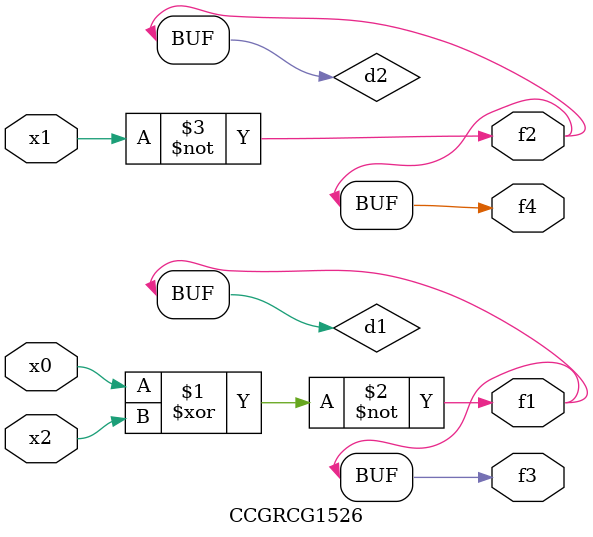
<source format=v>
module CCGRCG1526(
	input x0, x1, x2,
	output f1, f2, f3, f4
);

	wire d1, d2, d3;

	xnor (d1, x0, x2);
	nand (d2, x1);
	nor (d3, x1, x2);
	assign f1 = d1;
	assign f2 = d2;
	assign f3 = d1;
	assign f4 = d2;
endmodule

</source>
